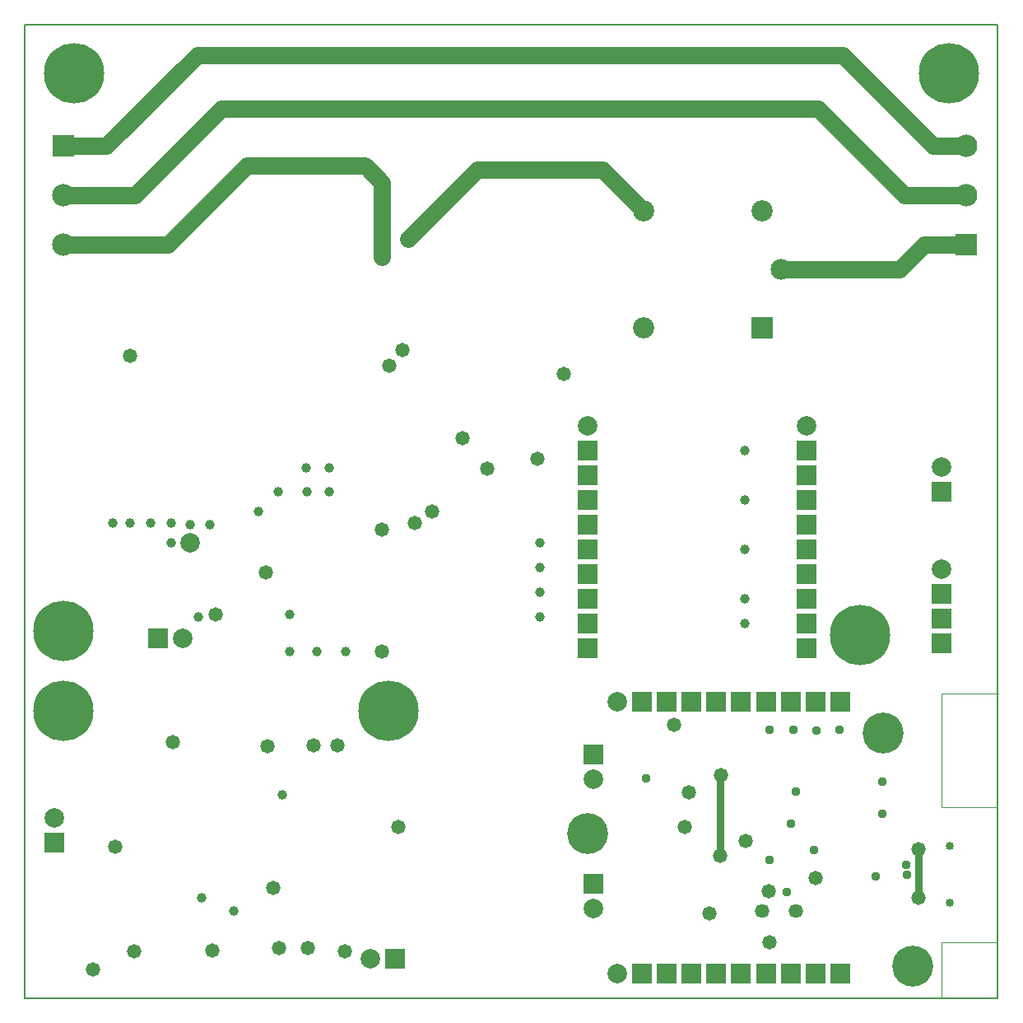
<source format=gbs>
G04*
G04 #@! TF.GenerationSoftware,Altium Limited,CircuitStudio,1.5.2 (30)*
G04*
G04 Layer_Color=8150272*
%FSLAX44Y44*%
%MOMM*%
G71*
G01*
G75*
%ADD45C,0.8000*%
%ADD49C,0.1000*%
%ADD50C,0.1500*%
%ADD93R,2.3032X2.3032*%
%ADD95C,4.2032*%
%ADD96C,0.8532*%
%ADD97C,1.4612*%
%ADD98R,2.0032X2.0032*%
%ADD99C,2.0032*%
%ADD100R,2.0032X2.0032*%
%ADD101C,6.2032*%
%ADD102C,2.3032*%
%ADD103R,2.1832X2.1832*%
%ADD104C,2.1382*%
%ADD105C,2.1832*%
%ADD106C,0.9532*%
%ADD107C,0.9432*%
%ADD108C,1.0032*%
%ADD109C,1.4732*%
%ADD110C,1.8000*%
D45*
X971000Y406000D02*
Y488000D01*
X1175000Y363000D02*
Y413000D01*
D49*
X1199000Y456000D02*
X1256000D01*
X1199000D02*
Y573000D01*
X1257000D01*
X1199000Y317000D02*
X1256000D01*
X1199000Y260000D02*
Y317000D01*
D50*
X256000Y260000D02*
Y1260000D01*
X1256000Y260000D02*
Y1260000D01*
X256000Y260000D02*
X1256000D01*
X256000Y1260000D02*
X1256000D01*
D93*
X1224000Y1034200D02*
D03*
X295000Y1135800D02*
D03*
D95*
X1138750Y532500D02*
D03*
X1169500Y292500D02*
D03*
X835000Y428750D02*
D03*
D96*
X1207000Y415900D02*
D03*
Y358100D02*
D03*
D97*
X1049000Y349000D02*
D03*
X1014250D02*
D03*
D98*
X992600Y564800D02*
D03*
X967200D02*
D03*
X941800D02*
D03*
X891000D02*
D03*
X916400D02*
D03*
X1018096Y564799D02*
D03*
X1043496D02*
D03*
X1068896D02*
D03*
X1094296D02*
D03*
X992600Y285400D02*
D03*
X967200D02*
D03*
X941800D02*
D03*
X891000D02*
D03*
X916400D02*
D03*
X1018096Y285399D02*
D03*
X1043496D02*
D03*
X1068896D02*
D03*
X1094296D02*
D03*
X636400Y300000D02*
D03*
X392600Y630000D02*
D03*
D99*
X865600Y564800D02*
D03*
X841000Y484900D02*
D03*
X841000Y352000D02*
D03*
X865600Y285400D02*
D03*
X286000Y445000D02*
D03*
X611000Y300000D02*
D03*
X1199000Y701000D02*
D03*
Y806050D02*
D03*
X1060000Y848000D02*
D03*
X418000Y630000D02*
D03*
X835000Y848000D02*
D03*
X426000Y727750D02*
D03*
D100*
X841000Y510300D02*
D03*
X841000Y377400D02*
D03*
X286000Y419600D02*
D03*
X1199000Y675600D02*
D03*
Y650200D02*
D03*
Y624800D02*
D03*
Y780650D02*
D03*
X1060000Y721000D02*
D03*
Y746400D02*
D03*
Y771800D02*
D03*
Y822600D02*
D03*
Y797200D02*
D03*
X1059999Y695504D02*
D03*
Y670104D02*
D03*
Y644704D02*
D03*
Y619304D02*
D03*
X835000Y721000D02*
D03*
Y746400D02*
D03*
Y771800D02*
D03*
Y822600D02*
D03*
Y797200D02*
D03*
X834999Y695504D02*
D03*
Y670104D02*
D03*
Y644704D02*
D03*
Y619304D02*
D03*
D101*
X295000Y555000D02*
D03*
X630000D02*
D03*
X1115000Y633000D02*
D03*
X306000Y1210000D02*
D03*
X1206000D02*
D03*
X295000Y637000D02*
D03*
D102*
X1224000Y1135800D02*
D03*
Y1085000D02*
D03*
X295000Y1034200D02*
D03*
Y1085000D02*
D03*
D103*
X1014000Y949000D02*
D03*
D104*
X1034000Y1009000D02*
D03*
D105*
X1014000Y1069000D02*
D03*
X892000D02*
D03*
Y949000D02*
D03*
D106*
X1067700Y412300D02*
D03*
X1049000Y471700D02*
D03*
X1094000Y536000D02*
D03*
X1070000Y535000D02*
D03*
X1046000Y536000D02*
D03*
X1022000D02*
D03*
D107*
X1131000Y384500D02*
D03*
X1044000Y439000D02*
D03*
X1040000Y369000D02*
D03*
X1138000Y482000D02*
D03*
Y449000D02*
D03*
X1022000Y401542D02*
D03*
X895000Y486000D02*
D03*
X1163000Y387000D02*
D03*
X1162000Y397000D02*
D03*
D108*
X471000Y349000D02*
D03*
X438000Y363000D02*
D03*
X520175Y468769D02*
D03*
X346000Y748000D02*
D03*
X364000D02*
D03*
X385460D02*
D03*
X406000D02*
D03*
X426000Y746400D02*
D03*
X446000D02*
D03*
X496000Y760000D02*
D03*
X516000Y780000D02*
D03*
X546000Y780650D02*
D03*
X569000Y780000D02*
D03*
Y804749D02*
D03*
X545000D02*
D03*
X406000Y727750D02*
D03*
X623000Y1060000D02*
D03*
Y1076000D02*
D03*
X667000Y1057000D02*
D03*
X682000Y1072000D02*
D03*
X698000Y1088000D02*
D03*
X623000Y1095000D02*
D03*
X528600Y654000D02*
D03*
Y616000D02*
D03*
X556000D02*
D03*
X586000D02*
D03*
X786000Y651550D02*
D03*
Y676950D02*
D03*
Y702350D02*
D03*
Y727750D02*
D03*
X996000Y644704D02*
D03*
Y670104D02*
D03*
Y721000D02*
D03*
Y771800D02*
D03*
Y822600D02*
D03*
X434460Y651550D02*
D03*
D109*
X1175000Y413000D02*
D03*
Y363000D02*
D03*
X997000Y421000D02*
D03*
X972000Y489000D02*
D03*
X971000Y406000D02*
D03*
X924000Y541000D02*
D03*
X1022000Y317000D02*
D03*
X1021000Y369500D02*
D03*
X935000Y435584D02*
D03*
X1069500Y383500D02*
D03*
X939000Y471000D02*
D03*
X960000Y347000D02*
D03*
X348500Y415000D02*
D03*
X407610Y523044D02*
D03*
X577000Y519588D02*
D03*
X640001Y435584D02*
D03*
X553000Y519588D02*
D03*
X505000Y518588D02*
D03*
X449000Y308800D02*
D03*
X326044Y289544D02*
D03*
X511350Y372956D02*
D03*
X368000Y307500D02*
D03*
X584633Y307524D02*
D03*
X547000Y311500D02*
D03*
X517000Y311500D02*
D03*
X623000Y616000D02*
D03*
X657000Y748000D02*
D03*
X675000Y760000D02*
D03*
X364000Y920000D02*
D03*
X731000Y804000D02*
D03*
X623000Y741000D02*
D03*
X504000Y697000D02*
D03*
X452000Y654000D02*
D03*
X644000Y926000D02*
D03*
X706000Y835000D02*
D03*
X630650Y910000D02*
D03*
X783000Y814000D02*
D03*
X810000Y901000D02*
D03*
D110*
X369000Y1085000D02*
X458000Y1174000D01*
X294000Y1085000D02*
X369000D01*
X458000Y1174000D02*
X1072000D01*
X1161000Y1085000D01*
X1224000D01*
X1190200Y1135800D02*
X1226000D01*
X1097000Y1229000D02*
X1190200Y1135800D01*
X433000Y1229000D02*
X1097000D01*
X339800Y1135800D02*
X433000Y1229000D01*
X1034000Y1009000D02*
X1156000D01*
X1181200Y1034200D01*
X1224000D01*
X623000Y1022000D02*
Y1098000D01*
X850000Y1111000D02*
X892000Y1069000D01*
X650000Y1040000D02*
X721000Y1111000D01*
X850000D01*
X607500Y1113500D02*
X623000Y1098000D01*
X294000Y1034200D02*
X402660D01*
X484460Y1116000D01*
X605000D01*
X294000Y1135800D02*
X337800D01*
M02*

</source>
